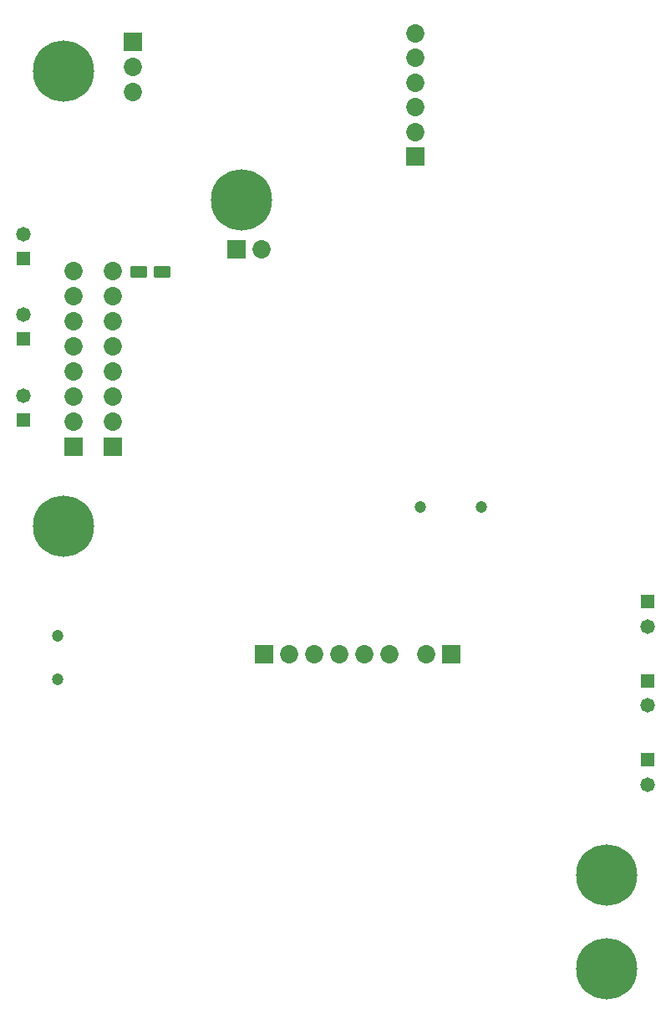
<source format=gbr>
%TF.GenerationSoftware,Altium Limited,Altium Designer,25.3.3 (18)*%
G04 Layer_Color=16711935*
%FSLAX45Y45*%
%MOMM*%
%TF.SameCoordinates,BD87FDF2-1F07-4250-B4CA-E9600B944348*%
%TF.FilePolarity,Negative*%
%TF.FileFunction,Soldermask,Bot*%
%TF.Part,Single*%
G01*
G75*
%TA.AperFunction,ComponentPad*%
%ADD91R,1.85320X1.85320*%
%ADD92C,1.85320*%
%ADD93C,6.20000*%
%ADD94C,1.20320*%
%ADD95R,1.47820X1.47820*%
%ADD96C,1.47820*%
%ADD97R,1.85320X1.85320*%
%TA.AperFunction,SMDPad,CuDef*%
G04:AMPARAMS|DCode=98|XSize=1.2032mm|YSize=1.7032mm|CornerRadius=0.2016mm|HoleSize=0mm|Usage=FLASHONLY|Rotation=270.000|XOffset=0mm|YOffset=0mm|HoleType=Round|Shape=RoundedRectangle|*
%AMROUNDEDRECTD98*
21,1,1.20320,1.30000,0,0,270.0*
21,1,0.80000,1.70320,0,0,270.0*
1,1,0.40320,-0.65000,-0.40000*
1,1,0.40320,-0.65000,0.40000*
1,1,0.40320,0.65000,0.40000*
1,1,0.40320,0.65000,-0.40000*
%
%ADD98ROUNDEDRECTD98*%
D91*
X1400000Y5600000D02*
D03*
X799999Y1500000D02*
D03*
X1199999D02*
D03*
X4260000Y4435000D02*
D03*
D92*
X1400000Y5346000D02*
D03*
Y5092000D02*
D03*
X799999Y2262000D02*
D03*
Y2516000D02*
D03*
Y2008000D02*
D03*
Y3024000D02*
D03*
Y3278000D02*
D03*
Y2770000D02*
D03*
Y1754000D02*
D03*
X1199999Y2262000D02*
D03*
Y2516000D02*
D03*
Y2008000D02*
D03*
Y3024000D02*
D03*
Y3278000D02*
D03*
Y2770000D02*
D03*
Y1754000D02*
D03*
X4260000Y5185000D02*
D03*
Y5685000D02*
D03*
Y5435000D02*
D03*
Y4935000D02*
D03*
Y4685000D02*
D03*
X4001900Y-602600D02*
D03*
X3493900D02*
D03*
X2985900D02*
D03*
X3239900D02*
D03*
X3747900D02*
D03*
X2699999Y3500000D02*
D03*
X4370200Y-602600D02*
D03*
D93*
X700000Y700000D02*
D03*
X2500000Y4000000D02*
D03*
X6202500Y-3785000D02*
D03*
Y-2835000D02*
D03*
X700000Y5300000D02*
D03*
D94*
X4929000Y889000D02*
D03*
X4309000D02*
D03*
X640800Y-413070D02*
D03*
Y-852490D02*
D03*
D95*
X292700Y3402700D02*
D03*
X290000Y1770000D02*
D03*
Y2590000D02*
D03*
X6616700Y-67500D02*
D03*
Y-1667700D02*
D03*
Y-867600D02*
D03*
D96*
X292700Y3652700D02*
D03*
X290000Y2020000D02*
D03*
Y2840000D02*
D03*
X6616700Y-317500D02*
D03*
Y-1917700D02*
D03*
Y-1117600D02*
D03*
D97*
X2731900Y-602600D02*
D03*
X2445999Y3500000D02*
D03*
X4624200Y-602600D02*
D03*
D98*
X1700000Y3270000D02*
D03*
X1460000D02*
D03*
%TF.MD5,df72bbaf5342275b245be7a1873791d7*%
M02*

</source>
